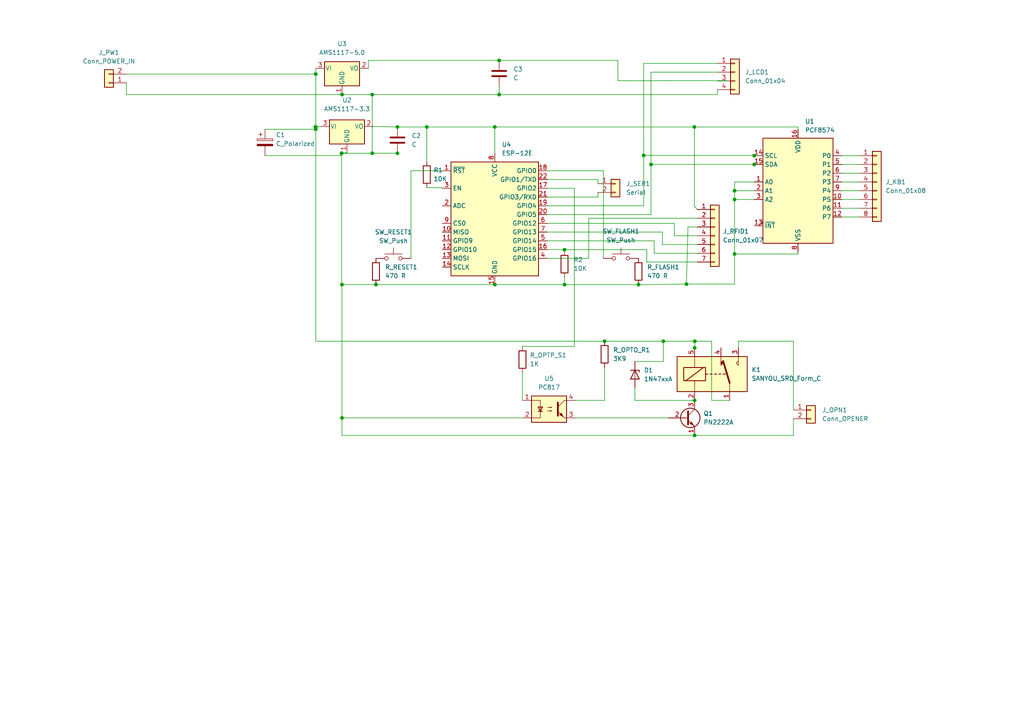
<source format=kicad_sch>
(kicad_sch (version 20211123) (generator eeschema)
  (paper "A4")
  (lib_symbols
    (symbol "Connector_Generic:Conn_01x02" (pin_names (offset 1.016) hide)
      (property "Reference" "J" (at 0 2.54 0))
      (property "Value" "Conn_01x02" (at 0 -5.08 0))
      (symbol "Conn_01x02_1_1"
        (rectangle (start -1.27 -2.413) (end 0 -2.667) (stroke (width 0.1524)))
        (rectangle (start -1.27 0.127) (end 0 -0.127) (stroke (width 0.1524)))
        (rectangle (start -1.27 1.27) (end 1.27 -3.81) (stroke (width 0.254)) (fill (type background)))
        (pin passive line (at -5.08 0 0) (length 3.81) (name "Pin_1") (number "1"))
        (pin passive line (at -5.08 -2.54 0) (length 3.81) (name "Pin_2") (number "2"))
      )
    )
    (symbol "Connector_Generic:Conn_01x04" (pin_names (offset 1.016) hide)
      (property "Reference" "J" (at 0 5.08 0))
      (property "Value" "Conn_01x04" (at 0 -7.62 0))
      (symbol "Conn_01x04_1_1"
        (rectangle (start -1.27 -4.953) (end 0 -5.207) (stroke (width 0.1524)))
        (rectangle (start -1.27 -2.413) (end 0 -2.667) (stroke (width 0.1524)))
        (rectangle (start -1.27 0.127) (end 0 -0.127) (stroke (width 0.1524)))
        (rectangle (start -1.27 2.667) (end 0 2.413) (stroke (width 0.1524)))
        (rectangle (start -1.27 3.81) (end 1.27 -6.35) (stroke (width 0.254)) (fill (type background)))
        (pin passive line (at -5.08 2.54 0) (length 3.81) (name "Pin_1") (number "1"))
        (pin passive line (at -5.08 0 0) (length 3.81) (name "Pin_2") (number "2"))
        (pin passive line (at -5.08 -2.54 0) (length 3.81) (name "Pin_3") (number "3"))
        (pin passive line (at -5.08 -5.08 0) (length 3.81) (name "Pin_4") (number "4"))
      )
    )
    (symbol "Connector_Generic:Conn_01x07" (pin_names (offset 1.016) hide)
      (property "Reference" "J" (at 0 10.16 0))
      (property "Value" "Conn_01x07" (at 0 -10.16 0))
      (symbol "Conn_01x07_1_1"
        (rectangle (start -1.27 -7.493) (end 0 -7.747) (stroke (width 0.1524)))
        (rectangle (start -1.27 -4.953) (end 0 -5.207) (stroke (width 0.1524)))
        (rectangle (start -1.27 -2.413) (end 0 -2.667) (stroke (width 0.1524)))
        (rectangle (start -1.27 0.127) (end 0 -0.127) (stroke (width 0.1524)))
        (rectangle (start -1.27 2.667) (end 0 2.413) (stroke (width 0.1524)))
        (rectangle (start -1.27 5.207) (end 0 4.953) (stroke (width 0.1524)))
        (rectangle (start -1.27 7.747) (end 0 7.493) (stroke (width 0.1524)))
        (rectangle (start -1.27 8.89) (end 1.27 -8.89) (stroke (width 0.254)) (fill (type background)))
        (pin passive line (at -5.08 7.62 0) (length 3.81) (name "Pin_1") (number "1"))
        (pin passive line (at -5.08 5.08 0) (length 3.81) (name "Pin_2") (number "2"))
        (pin passive line (at -5.08 2.54 0) (length 3.81) (name "Pin_3") (number "3"))
        (pin passive line (at -5.08 0 0) (length 3.81) (name "Pin_4") (number "4"))
        (pin passive line (at -5.08 -2.54 0) (length 3.81) (name "Pin_5") (number "5"))
        (pin passive line (at -5.08 -5.08 0) (length 3.81) (name "Pin_6") (number "6"))
        (pin passive line (at -5.08 -7.62 0) (length 3.81) (name "Pin_7") (number "7"))
      )
    )
    (symbol "Connector_Generic:Conn_01x08" (pin_names (offset 1.016) hide)
      (property "Reference" "J" (at 0 10.16 0))
      (property "Value" "Conn_01x08" (at 0 -12.7 0))
      (symbol "Conn_01x08_1_1"
        (rectangle (start -1.27 -10.033) (end 0 -10.287) (stroke (width 0.1524)))
        (rectangle (start -1.27 -7.493) (end 0 -7.747) (stroke (width 0.1524)))
        (rectangle (start -1.27 -4.953) (end 0 -5.207) (stroke (width 0.1524)))
        (rectangle (start -1.27 -2.413) (end 0 -2.667) (stroke (width 0.1524)))
        (rectangle (start -1.27 0.127) (end 0 -0.127) (stroke (width 0.1524)))
        (rectangle (start -1.27 2.667) (end 0 2.413) (stroke (width 0.1524)))
        (rectangle (start -1.27 5.207) (end 0 4.953) (stroke (width 0.1524)))
        (rectangle (start -1.27 7.747) (end 0 7.493) (stroke (width 0.1524)))
        (rectangle (start -1.27 8.89) (end 1.27 -11.43) (stroke (width 0.254)) (fill (type background)))
        (pin passive line (at -5.08 7.62 0) (length 3.81) (name "Pin_1") (number "1"))
        (pin passive line (at -5.08 5.08 0) (length 3.81) (name "Pin_2") (number "2"))
        (pin passive line (at -5.08 2.54 0) (length 3.81) (name "Pin_3") (number "3"))
        (pin passive line (at -5.08 0 0) (length 3.81) (name "Pin_4") (number "4"))
        (pin passive line (at -5.08 -2.54 0) (length 3.81) (name "Pin_5") (number "5"))
        (pin passive line (at -5.08 -5.08 0) (length 3.81) (name "Pin_6") (number "6"))
        (pin passive line (at -5.08 -7.62 0) (length 3.81) (name "Pin_7") (number "7"))
        (pin passive line (at -5.08 -10.16 0) (length 3.81) (name "Pin_8") (number "8"))
      )
    )
    (symbol "Device:C" (pin_numbers hide) (pin_names (offset 0.254))
      (property "Reference" "C" (at 0.635 2.54 0))
      (property "Value" "C" (at 0.635 -2.54 0))
      (symbol "C_0_1"
        (polyline (pts (xy -2.032 -0.762) (xy 2.032 -0.762)) (stroke (width 0.508)))
        (polyline (pts (xy -2.032 0.762) (xy 2.032 0.762)) (stroke (width 0.508)))
      )
      (symbol "C_1_1"
        (pin passive line (at 0 3.81 270) (length 2.794) (name "~") (number "1"))
        (pin passive line (at 0 -3.81 90) (length 2.794) (name "~") (number "2"))
      )
    )
    (symbol "Device:C_Polarized" (pin_numbers hide) (pin_names (offset 0.254))
      (property "Reference" "C" (at 0.635 2.54 0))
      (property "Value" "C_Polarized" (at 0.635 -2.54 0))
      (symbol "C_Polarized_0_1"
        (rectangle (start -2.286 0.508) (end 2.286 1.016))
        (polyline (pts (xy -1.778 2.286) (xy -0.762 2.286)))
        (polyline (pts (xy -1.27 2.794) (xy -1.27 1.778)))
        (rectangle (start 2.286 -0.508) (end -2.286 -1.016) (fill (type outline)))
      )
      (symbol "C_Polarized_1_1"
        (pin passive line (at 0 3.81 270) (length 2.794) (name "~") (number "1"))
        (pin passive line (at 0 -3.81 90) (length 2.794) (name "~") (number "2"))
      )
    )
    (symbol "Device:R" (pin_numbers hide) (pin_names (offset 0))
      (property "Reference" "R" (at 2.032 0 90))
      (property "Value" "R" (at 0 0 90))
      (symbol "R_0_1"
        (rectangle (start -1.016 -2.54) (end 1.016 2.54) (stroke (width 0.254)))
      )
      (symbol "R_1_1"
        (pin passive line (at 0 3.81 270) (length 1.27) (name "~") (number "1"))
        (pin passive line (at 0 -3.81 90) (length 1.27) (name "~") (number "2"))
      )
    )
    (symbol "Diode:1N47xxA" (pin_numbers hide) (pin_names hide)
      (property "Reference" "D" (at 0 2.54 0))
      (property "Value" "1N47xxA" (at 0 -2.54 0))
      (symbol "1N47xxA_0_1"
        (polyline (pts (xy 1.27 0) (xy -1.27 0)))
        (polyline (pts (xy -1.27 -1.27) (xy -1.27 1.27) (xy -0.762 1.27)) (stroke (width 0.254)))
        (polyline (pts (xy 1.27 -1.27) (xy 1.27 1.27) (xy -1.27 0) (xy 1.27 -1.27)) (stroke (width 0.254)))
      )
      (symbol "1N47xxA_1_1"
        (pin passive line (at -3.81 0 0) (length 2.54) (name "K") (number "1"))
        (pin passive line (at 3.81 0 180) (length 2.54) (name "A") (number "2"))
      )
    )
    (symbol "Interface_Expansion:PCF8574"
      (property "Reference" "U" (at -8.89 16.51 0))
      (property "Value" "PCF8574" (at 2.54 16.51 0))
      (symbol "PCF8574_0_1"
        (rectangle (start -10.16 15.24) (end 10.16 -15.24) (stroke (width 0.254)) (fill (type background)))
      )
      (symbol "PCF8574_1_1"
        (pin input line (at -12.7 2.54 0) (length 2.54) (name "A0") (number "1"))
        (pin bidirectional line (at 12.7 -2.54 180) (length 2.54) (name "P5") (number "10"))
        (pin bidirectional line (at 12.7 -5.08 180) (length 2.54) (name "P6") (number "11"))
        (pin bidirectional line (at 12.7 -7.62 180) (length 2.54) (name "P7") (number "12"))
        (pin open_collector output_low (at -12.7 -10.16 0) (length 2.54) (name "~{INT}") (number "13"))
        (pin input line (at -12.7 10.16 0) (length 2.54) (name "SCL") (number "14"))
        (pin bidirectional line (at -12.7 7.62 0) (length 2.54) (name "SDA") (number "15"))
        (pin power_in line (at 0 17.78 270) (length 2.54) (name "VDD") (number "16"))
        (pin input line (at -12.7 0 0) (length 2.54) (name "A1") (number "2"))
        (pin input line (at -12.7 -2.54 0) (length 2.54) (name "A2") (number "3"))
        (pin bidirectional line (at 12.7 10.16 180) (length 2.54) (name "P0") (number "4"))
        (pin bidirectional line (at 12.7 7.62 180) (length 2.54) (name "P1") (number "5"))
        (pin bidirectional line (at 12.7 5.08 180) (length 2.54) (name "P2") (number "6"))
        (pin bidirectional line (at 12.7 2.54 180) (length 2.54) (name "P3") (number "7"))
        (pin power_in line (at 0 -17.78 90) (length 2.54) (name "VSS") (number "8"))
        (pin bidirectional line (at 12.7 0 180) (length 2.54) (name "P4") (number "9"))
      )
    )
    (symbol "Isolator:PC817" (pin_names (offset 1.016))
      (property "Reference" "U" (at -5.08 5.08 0))
      (property "Value" "PC817" (at 0 5.08 0))
      (symbol "PC817_0_1"
        (rectangle (start -5.08 3.81) (end 5.08 -3.81) (stroke (width 0.254)) (fill (type background)))
        (polyline (pts (xy -3.175 -0.635) (xy -1.905 -0.635)) (stroke (width 0.254)))
        (polyline (pts (xy 2.54 0.635) (xy 4.445 2.54)))
        (polyline (pts (xy 4.445 -2.54) (xy 2.54 -0.635)) (fill (type outline)))
        (polyline (pts (xy 4.445 -2.54) (xy 5.08 -2.54)))
        (polyline (pts (xy 4.445 2.54) (xy 5.08 2.54)))
        (polyline (pts (xy -5.08 2.54) (xy -2.54 2.54) (xy -2.54 -0.635)))
        (polyline (pts (xy -2.54 -0.635) (xy -2.54 -2.54) (xy -5.08 -2.54)))
        (polyline (pts (xy 2.54 1.905) (xy 2.54 -1.905) (xy 2.54 -1.905)) (stroke (width 0.508)))
        (polyline (pts (xy -2.54 -0.635) (xy -3.175 0.635) (xy -1.905 0.635) (xy -2.54 -0.635)) (stroke (width 0.254)))
        (polyline (pts (xy -0.508 -0.508) (xy 0.762 -0.508) (xy 0.381 -0.635) (xy 0.381 -0.381) (xy 0.762 -0.508)))
        (polyline (pts (xy -0.508 0.508) (xy 0.762 0.508) (xy 0.381 0.381) (xy 0.381 0.635) (xy 0.762 0.508)))
        (polyline (pts (xy 3.048 -1.651) (xy 3.556 -1.143) (xy 4.064 -2.159) (xy 3.048 -1.651) (xy 3.048 -1.651)) (fill (type outline)))
      )
      (symbol "PC817_1_1"
        (pin passive line (at -7.62 2.54 0) (length 2.54) (name "~") (number "1"))
        (pin passive line (at -7.62 -2.54 0) (length 2.54) (name "~") (number "2"))
        (pin passive line (at 7.62 -2.54 180) (length 2.54) (name "~") (number "3"))
        (pin passive line (at 7.62 2.54 180) (length 2.54) (name "~") (number "4"))
      )
    )
    (symbol "RF_Module:ESP-12E"
      (property "Reference" "U" (at -12.7 19.05 0))
      (property "Value" "ESP-12E" (at 12.7 19.05 0))
      (symbol "ESP-12E_0_1"
        (rectangle (start -12.7 17.78) (end 12.7 -15.24) (stroke (width 0.254)) (fill (type background)))
      )
      (symbol "ESP-12E_1_1"
        (pin input line (at -15.24 15.24 0) (length 2.54) (name "~{RST}") (number "1"))
        (pin bidirectional line (at -15.24 -2.54 0) (length 2.54) (name "MISO") (number "10"))
        (pin bidirectional line (at -15.24 -5.08 0) (length 2.54) (name "GPIO9") (number "11"))
        (pin bidirectional line (at -15.24 -7.62 0) (length 2.54) (name "GPIO10") (number "12"))
        (pin bidirectional line (at -15.24 -10.16 0) (length 2.54) (name "MOSI") (number "13"))
        (pin bidirectional line (at -15.24 -12.7 0) (length 2.54) (name "SCLK") (number "14"))
        (pin power_in line (at 0 -17.78 90) (length 2.54) (name "GND") (number "15"))
        (pin bidirectional line (at 15.24 -7.62 180) (length 2.54) (name "GPIO15") (number "16"))
        (pin bidirectional line (at 15.24 10.16 180) (length 2.54) (name "GPIO2") (number "17"))
        (pin bidirectional line (at 15.24 15.24 180) (length 2.54) (name "GPIO0") (number "18"))
        (pin bidirectional line (at 15.24 5.08 180) (length 2.54) (name "GPIO4") (number "19"))
        (pin input line (at -15.24 5.08 0) (length 2.54) (name "ADC") (number "2"))
        (pin bidirectional line (at 15.24 2.54 180) (length 2.54) (name "GPIO5") (number "20"))
        (pin bidirectional line (at 15.24 7.62 180) (length 2.54) (name "GPIO3/RXD") (number "21"))
        (pin bidirectional line (at 15.24 12.7 180) (length 2.54) (name "GPIO1/TXD") (number "22"))
        (pin input line (at -15.24 10.16 0) (length 2.54) (name "EN") (number "3"))
        (pin bidirectional line (at 15.24 -10.16 180) (length 2.54) (name "GPIO16") (number "4"))
        (pin bidirectional line (at 15.24 -5.08 180) (length 2.54) (name "GPIO14") (number "5"))
        (pin bidirectional line (at 15.24 0 180) (length 2.54) (name "GPIO12") (number "6"))
        (pin bidirectional line (at 15.24 -2.54 180) (length 2.54) (name "GPIO13") (number "7"))
        (pin power_in line (at 0 20.32 270) (length 2.54) (name "VCC") (number "8"))
        (pin input line (at -15.24 0 0) (length 2.54) (name "CS0") (number "9"))
      )
    )
    (symbol "Regulator_Linear:AMS1117-3.3" (pin_names (offset 0.254))
      (property "Reference" "U" (at -3.81 3.175 0))
      (property "Value" "AMS1117-3.3" (at 0 3.175 0))
      (symbol "AMS1117-3.3_0_1"
        (rectangle (start -5.08 -5.08) (end 5.08 1.905) (stroke (width 0.254)) (fill (type background)))
      )
      (symbol "AMS1117-3.3_1_1"
        (pin power_in line (at 0 -7.62 90) (length 2.54) (name "GND") (number "1"))
        (pin power_out line (at 7.62 0 180) (length 2.54) (name "VO") (number "2"))
        (pin power_in line (at -7.62 0 0) (length 2.54) (name "VI") (number "3"))
      )
    )
    (symbol "Regulator_Linear:AMS1117-5.0" (pin_names (offset 0.254))
      (property "Reference" "U" (at -3.81 3.175 0))
      (property "Value" "AMS1117-5.0" (at 0 3.175 0))
      (symbol "AMS1117-5.0_0_1"
        (rectangle (start -5.08 -5.08) (end 5.08 1.905) (stroke (width 0.254)) (fill (type background)))
      )
      (symbol "AMS1117-5.0_1_1"
        (pin power_in line (at 0 -7.62 90) (length 2.54) (name "GND") (number "1"))
        (pin power_out line (at 7.62 0 180) (length 2.54) (name "VO") (number "2"))
        (pin power_in line (at -7.62 0 0) (length 2.54) (name "VI") (number "3"))
      )
    )
    (symbol "Relay:SANYOU_SRD_Form_C"
      (property "Reference" "K" (at 11.43 3.81 0))
      (property "Value" "SANYOU_SRD_Form_C" (at 11.43 1.27 0))
      (symbol "SANYOU_SRD_Form_C_0_0"
        (polyline (pts (xy 7.62 5.08) (xy 7.62 2.54) (xy 6.985 3.175) (xy 7.62 3.81)))
      )
      (symbol "SANYOU_SRD_Form_C_0_1"
        (rectangle (start -10.16 5.08) (end 10.16 -5.08) (stroke (width 0.254)) (fill (type background)))
        (rectangle (start -8.255 1.905) (end -1.905 -1.905) (stroke (width 0.254)))
        (polyline (pts (xy -7.62 -1.905) (xy -2.54 1.905)) (stroke (width 0.254)))
        (polyline (pts (xy -5.08 -5.08) (xy -5.08 -1.905)))
        (polyline (pts (xy -5.08 5.08) (xy -5.08 1.905)))
        (polyline (pts (xy -1.905 0) (xy -1.27 0)) (stroke (width 0.254)))
        (polyline (pts (xy -0.635 0) (xy 0 0)) (stroke (width 0.254)))
        (polyline (pts (xy 0.635 0) (xy 1.27 0)) (stroke (width 0.254)))
        (polyline (pts (xy 1.905 0) (xy 2.54 0)) (stroke (width 0.254)))
        (polyline (pts (xy 3.175 0) (xy 3.81 0)) (stroke (width 0.254)))
        (polyline (pts (xy 5.08 -2.54) (xy 3.175 3.81)) (stroke (width 0.508)))
        (polyline (pts (xy 5.08 -2.54) (xy 5.08 -5.08)))
      )
      (symbol "SANYOU_SRD_Form_C_1_1"
        (polyline (pts (xy 2.54 3.81) (xy 3.175 3.175) (xy 2.54 2.54) (xy 2.54 5.08)) (fill (type outline)))
        (pin passive line (at 5.08 -7.62 90) (length 2.54) (name "~") (number "1"))
        (pin passive line (at -5.08 -7.62 90) (length 2.54) (name "~") (number "2"))
        (pin passive line (at 7.62 7.62 270) (length 2.54) (name "~") (number "3"))
        (pin passive line (at 2.54 7.62 270) (length 2.54) (name "~") (number "4"))
        (pin passive line (at -5.08 7.62 270) (length 2.54) (name "~") (number "5"))
      )
    )
    (symbol "Switch:SW_Push" (pin_numbers hide) (pin_names (offset 1.016) hide)
      (property "Reference" "SW" (at 1.27 2.54 0))
      (property "Value" "SW_Push" (at 0 -1.524 0))
      (symbol "SW_Push_0_1"
        (circle (center -2.032 0) (radius 0.508))
        (polyline (pts (xy 0 1.27) (xy 0 3.048)))
        (polyline (pts (xy 2.54 1.27) (xy -2.54 1.27)))
        (circle (center 2.032 0) (radius 0.508))
        (pin passive line (at -5.08 0 0) (length 2.54) (name "1") (number "1"))
        (pin passive line (at 5.08 0 180) (length 2.54) (name "2") (number "2"))
      )
    )
    (symbol "Transistor_BJT:PN2222A" (pin_names (offset 0) hide)
      (property "Reference" "Q" (at 5.08 1.905 0))
      (property "Value" "PN2222A" (at 5.08 0 0))
      (symbol "PN2222A_0_1"
        (polyline (pts (xy 0 0) (xy 0.635 0)))
        (polyline (pts (xy 2.54 -2.54) (xy 0.635 -0.635)))
        (polyline (pts (xy 2.54 2.54) (xy 0.635 0.635)))
        (polyline (pts (xy 0.635 1.905) (xy 0.635 -1.905) (xy 0.635 -1.905)) (stroke (width 0.508)))
        (polyline (pts (xy 2.413 -2.413) (xy 1.905 -1.905) (xy 1.905 -1.905)))
        (polyline (pts (xy 1.143 -1.651) (xy 1.651 -1.143) (xy 2.159 -2.159) (xy 1.143 -1.651) (xy 1.143 -1.651)) (fill (type outline)))
        (circle (center 1.27 0) (radius 2.8194) (stroke (width 0.254)))
      )
      (symbol "PN2222A_1_1"
        (pin passive line (at 2.54 -5.08 90) (length 2.54) (name "E") (number "1"))
        (pin input line (at -5.08 0 0) (length 5.08) (name "B") (number "2"))
        (pin passive line (at 2.54 5.08 270) (length 2.54) (name "C") (number "3"))
      )
    )
  )
  (junction (at 91.44 36.83))
  (junction (at 213.0514 55.3212))
  (junction (at 218.7448 45.1612))
  (junction (at 109.0359 82.55))
  (junction (at 199.0852 82.3976))
  (junction (at 218.7448 47.7012))
  (junction (at 213.0514 73.6589))
  (junction (at 115.2652 44.45))
  (junction (at 186.69 45.0732))
  (junction (at 123.7882 36.83))
  (junction (at 201.3885 36.83))
  (junction (at 143.51 82.55))
  (junction (at 213.0514 57.8612))
  (junction (at 201.5236 98.9654))
  (junction (at 99.2124 27.432))
  (junction (at 144.78 17.526))
  (junction (at 107.9548 27.432))
  (junction (at 201.4728 100.8888))
  (junction (at 143.51 36.83))
  (junction (at 192.3921 98.9584))
  (junction (at 201.4728 116.1288))
  (junction (at 185.175 82.55))
  (junction (at 115.2652 36.83))
  (junction (at 201.4728 126.2888))
  (junction (at 144.78 27.432))
  (junction (at 99.06 44.45))
  (junction (at 107.9548 44.4379))
  (junction (at 91.5924 21.4884))
  (junction (at 91.5924 37.4904))
  (junction (at 99.1869 82.55))
  (junction (at 99.1869 121.2088))
  (junction (at 175.3616 98.9584))
  (junction (at 188.8236 47.6918))
  (junction (at 163.7384 82.55))
  (junction (at 163.7284 72.4198))
  (junction (at 91.5924 36.83))
  (junction (at 99.1191 44.45))
  (wire (pts (xy 201.3885 36.83) (xy 201.3885 59.8424)))
  (wire (pts (xy 158.75 52.07) (xy 173.4312 52.07)))
  (wire (pts (xy 107.9548 44.45) (xy 99.1191 44.45)))
  (wire (pts (xy 244.1448 45.1612) (xy 249.2248 45.1612)))
  (wire (pts (xy 184.15 116.1288) (xy 201.4728 116.1288)))
  (wire (pts (xy 244.1448 57.8612) (xy 249.2248 57.8612)))
  (wire (pts (xy 186.69 59.69) (xy 186.69 45.0732)))
  (wire (pts (xy 158.75 57.15) (xy 173.4312 57.15)))
  (wire (pts (xy 173.4312 52.07) (xy 173.4312 53.2892)))
  (wire (pts (xy 192.3921 104.8512) (xy 192.3921 98.9584)))
  (wire (pts (xy 163.7384 80.4293) (xy 163.7284 80.4164)))
  (wire (pts (xy 208.0768 27.432) (xy 208.0768 26.0096)))
  (wire (pts (xy 119.1959 49.53) (xy 119.1959 74.93)))
  (wire (pts (xy 201.4728 100.8888) (xy 201.5236 100.8888)))
  (wire (pts (xy 206.4079 116.1288) (xy 206.4079 98.9654)))
  (wire (pts (xy 187.5937 72.4198) (xy 163.7284 72.4198)))
  (wire (pts (xy 230.124 98.9584) (xy 230.124 118.9228)))
  (wire (pts (xy 199.5424 65.8368) (xy 199.0852 82.3976)))
  (wire (pts (xy 189.738 69.85) (xy 158.75 69.85)))
  (wire (pts (xy 202.2348 68.3768) (xy 195.58 68.3768)))
  (wire (pts (xy 107.9548 27.432) (xy 107.9548 44.4379)))
  (wire (pts (xy 218.7448 52.7812) (xy 213.0514 52.7812)))
  (wire (pts (xy 36.6776 27.432) (xy 99.2124 27.432)))
  (wire (pts (xy 184.15 104.8512) (xy 192.3921 104.8512)))
  (wire (pts (xy 213.0514 57.8612) (xy 218.7448 57.8612)))
  (wire (pts (xy 158.75 62.23) (xy 188.8236 62.23)))
  (wire (pts (xy 128.27 54.4313) (xy 128.27 54.61)))
  (wire (pts (xy 99.1869 82.55) (xy 109.0359 82.55)))
  (wire (pts (xy 244.1448 50.2412) (xy 249.2248 50.2412)))
  (wire (pts (xy 186.69 18.3896) (xy 208.0768 18.3896)))
  (wire (pts (xy 201.4728 126.2888) (xy 230.124 126.2888)))
  (wire (pts (xy 188.8236 62.23) (xy 188.8236 47.6918)))
  (wire (pts (xy 163.7384 82.55) (xy 143.51 82.55)))
  (wire (pts (xy 184.7178 82.6008) (xy 185.175 82.55)))
  (wire (pts (xy 192.1256 67.31) (xy 158.75 67.31)))
  (wire (pts (xy 231.4448 36.83) (xy 231.4448 37.5412)))
  (wire (pts (xy 99.06 82.55) (xy 99.1869 82.55)))
  (wire (pts (xy 100.6348 44.2976) (xy 99.06 44.45)))
  (wire (pts (xy 206.4079 98.9654) (xy 201.5236 98.9654)))
  (wire (pts (xy 218.7448 45.0732) (xy 218.7448 45.1612)))
  (wire (pts (xy 107.9548 44.4379) (xy 107.9548 44.45)))
  (wire (pts (xy 213.0514 55.3212) (xy 213.0514 57.8612)))
  (wire (pts (xy 115.2652 36.83) (xy 123.7882 36.83)))
  (wire (pts (xy 230.124 121.4628) (xy 230.124 126.2888)))
  (wire (pts (xy 163.7384 80.4293) (xy 163.7384 82.55)))
  (wire (pts (xy 91.5924 36.83) (xy 91.44 36.83)))
  (wire (pts (xy 244.1448 60.4012) (xy 249.2248 60.4012)))
  (wire (pts (xy 213.0514 57.8612) (xy 213.0514 73.6589)))
  (wire (pts (xy 175.3616 98.9584) (xy 91.5924 98.9584)))
  (wire (pts (xy 123.7882 36.83) (xy 123.7882 46.8113)))
  (wire (pts (xy 213.0514 55.3212) (xy 218.7448 55.3212)))
  (wire (pts (xy 144.78 17.526) (xy 179.2224 17.526)))
  (wire (pts (xy 99.1191 45.1104) (xy 99.1191 44.45)))
  (wire (pts (xy 36.6776 24.0284) (xy 36.6776 27.432)))
  (wire (pts (xy 163.7284 72.39) (xy 163.7284 72.4198)))
  (wire (pts (xy 214.1728 98.9584) (xy 230.124 98.9584)))
  (wire (pts (xy 186.69 45.0732) (xy 218.7448 45.0732)))
  (wire (pts (xy 213.0514 52.7812) (xy 213.0514 55.3212)))
  (wire (pts (xy 201.3885 59.8424) (xy 202.2348 60.7568)))
  (wire (pts (xy 91.5924 37.4904) (xy 91.5924 98.9584)))
  (wire (pts (xy 166.878 121.2088) (xy 193.8528 121.2088)))
  (wire (pts (xy 188.8236 47.6918) (xy 218.7448 47.6918)))
  (wire (pts (xy 244.1448 55.3212) (xy 249.2248 55.3212)))
  (wire (pts (xy 106.8324 17.526) (xy 106.8324 19.812)))
  (wire (pts (xy 115.2652 44.4379) (xy 115.2652 44.45)))
  (wire (pts (xy 76.8604 45.1104) (xy 99.1191 45.1104)))
  (wire (pts (xy 202.2348 63.2968) (xy 170.7918 63.2968)))
  (wire (pts (xy 91.5924 21.4884) (xy 91.5924 36.83)))
  (wire (pts (xy 151.5364 100.4824) (xy 166.5732 100.4824)))
  (wire (pts (xy 192.1256 70.9168) (xy 192.1256 67.31)))
  (wire (pts (xy 166.5732 100.4824) (xy 166.5732 54.61)))
  (wire (pts (xy 99.06 44.45) (xy 99.06 82.55)))
  (wire (pts (xy 109.0359 82.55) (xy 143.51 82.55)))
  (wire (pts (xy 218.7448 47.6918) (xy 218.7448 47.7012)))
  (wire (pts (xy 99.1191 44.45) (xy 99.06 44.45)))
  (wire (pts (xy 163.7284 72.4198) (xy 163.7284 72.7964)))
  (wire (pts (xy 170.7918 63.2968) (xy 170.741 74.93)))
  (wire (pts (xy 188.8236 47.6918) (xy 188.8236 20.9296)))
  (wire (pts (xy 179.2224 17.526) (xy 179.2224 23.4188)))
  (wire (pts (xy 166.5732 54.61) (xy 158.75 54.61)))
  (wire (pts (xy 166.878 116.1288) (xy 175.3616 116.1288)))
  (wire (pts (xy 91.5924 36.83) (xy 91.5924 37.4904)))
  (wire (pts (xy 123.7882 36.83) (xy 143.51 36.83)))
  (wire (pts (xy 186.69 45.0732) (xy 186.69 18.3896)))
  (wire (pts (xy 107.9548 44.4379) (xy 115.2652 44.4379)))
  (wire (pts (xy 199.0852 82.3976) (xy 184.7178 82.6008)))
  (wire (pts (xy 202.2348 75.9968) (xy 187.5937 75.9968)))
  (wire (pts (xy 201.3885 36.83) (xy 231.4448 36.83)))
  (wire (pts (xy 158.75 49.53) (xy 175.015 49.53)))
  (wire (pts (xy 192.3921 98.9584) (xy 201.5236 98.9584)))
  (wire (pts (xy 188.8236 20.9296) (xy 208.0768 20.9296)))
  (wire (pts (xy 158.75 72.39) (xy 163.7284 72.39)))
  (wire (pts (xy 202.2348 65.8368) (xy 199.5424 65.8368)))
  (wire (pts (xy 91.5924 19.812) (xy 91.5924 21.4884)))
  (wire (pts (xy 211.6328 116.1288) (xy 206.4079 116.1288)))
  (wire (pts (xy 244.1448 52.7812) (xy 249.2248 52.7812)))
  (wire (pts (xy 99.2124 27.432) (xy 107.9548 27.432)))
  (wire (pts (xy 210.7184 23.368) (xy 208.0768 23.4696)))
  (wire (pts (xy 173.4312 57.15) (xy 173.4312 55.8292)))
  (wire (pts (xy 175.3616 116.1288) (xy 175.3616 106.5784)))
  (wire (pts (xy 76.8604 37.4904) (xy 91.5924 37.4904)))
  (wire (pts (xy 244.1448 47.7012) (xy 249.2248 47.7012)))
  (wire (pts (xy 201.4728 126.2888) (xy 99.1869 126.2888)))
  (wire (pts (xy 201.5236 98.9654) (xy 201.5236 98.9584)))
  (wire (pts (xy 108.2548 36.6776) (xy 115.2652 36.83)))
  (wire (pts (xy 187.5937 75.9968) (xy 187.5937 72.4198)))
  (wire (pts (xy 195.58 64.77) (xy 158.75 64.77)))
  (wire (pts (xy 36.6776 21.4884) (xy 91.5924 21.4884)))
  (wire (pts (xy 99.1869 121.2088) (xy 99.1869 82.55)))
  (wire (pts (xy 107.9548 27.432) (xy 144.78 27.432)))
  (wire (pts (xy 213.0514 73.6589) (xy 231.4448 73.6589)))
  (wire (pts (xy 185.175 82.55) (xy 163.7384 82.55)))
  (wire (pts (xy 170.741 74.93) (xy 158.75 74.93)))
  (wire (pts (xy 213.0514 73.6589) (xy 213.0514 82.3976)))
  (wire (pts (xy 158.75 59.69) (xy 186.69 59.69)))
  (wire (pts (xy 151.638 121.2088) (xy 99.1869 121.2088)))
  (wire (pts (xy 143.51 36.83) (xy 143.51 44.45)))
  (wire (pts (xy 202.2348 70.9168) (xy 192.1256 70.9168)))
  (wire (pts (xy 144.78 27.432) (xy 208.0768 27.432)))
  (wire (pts (xy 144.78 17.526) (xy 106.8324 17.526)))
  (wire (pts (xy 128.27 49.53) (xy 119.1959 49.53)))
  (wire (pts (xy 201.5236 100.8888) (xy 201.5236 98.9654)))
  (wire (pts (xy 231.4448 73.6589) (xy 231.4448 73.1012)))
  (wire (pts (xy 184.15 112.4712) (xy 184.15 116.1288)))
  (wire (pts (xy 144.78 25.146) (xy 144.78 27.432)))
  (wire (pts (xy 175.015 49.53) (xy 175.015 74.93)))
  (wire (pts (xy 214.1728 98.9584) (xy 214.1728 100.8888)))
  (wire (pts (xy 202.2348 73.4568) (xy 189.738 73.4568)))
  (wire (pts (xy 189.738 73.4568) (xy 189.738 69.85)))
  (wire (pts (xy 143.51 36.83) (xy 201.3885 36.83)))
  (wire (pts (xy 179.2224 23.4188) (xy 210.7184 23.368)))
  (wire (pts (xy 199.0852 82.3976) (xy 213.0514 82.3976)))
  (wire (pts (xy 123.7882 54.4313) (xy 128.27 54.4313)))
  (wire (pts (xy 99.1869 126.2888) (xy 99.1869 121.2088)))
  (wire (pts (xy 195.58 68.3768) (xy 195.58 64.77)))
  (wire (pts (xy 151.5364 108.1024) (xy 151.5364 116.1288)))
  (wire (pts (xy 175.3616 98.9584) (xy 192.3921 98.9584)))
  (wire (pts (xy 93.0148 36.6776) (xy 91.44 36.83)))
  (wire (pts (xy 244.1448 62.9412) (xy 249.2248 62.9412)))
  (wire (pts (xy 151.5364 116.1288) (xy 151.638 116.1288)))
  (symbol (lib_id "Regulator_Linear:AMS1117-5.0") (at 99.2124 19.812 0) (unit 1)
    (property "Reference" "U3" (at 99.2124 12.7 0))
    (property "Value" "AMS1117-5.0" (at 99.2124 15.24 0))
    (property "Footprint" "Package_TO_SOT_SMD:SOT-223-3_TabPin2" (effects hide))
    (property "Datasheet" "http://www.advanced-monolithic.com/pdf/ds1117.pdf" (effects hide))
  )
  (symbol (lib_id "Device:C_Polarized") (at 76.8604 41.3004 0) (unit 1)
    (property "Reference" "C1" (at 80.01 39.1413 0) (effects (justify left)))
    (property "Value" "C_Polarized" (at 80.01 41.6813 0) (effects (justify left)))
    (property "Footprint" "Capacitor_THT:CP_Radial_D4.0mm_P2.00mm" (effects hide))
  )
  (symbol (lib_id "Connector_Generic:Conn_01x08") (at 254.3048 52.7812 0) (unit 1)
    (property "Reference" "J_KB1" (at 256.8448 52.7811 0) (effects (justify left)))
    (property "Value" "Conn_01x08" (at 256.8448 55.3211 0) (effects (justify left)))
    (property "Footprint" "Connector_PinHeader_2.54mm:PinHeader_1x08_P2.54mm_Vertical" (effects hide))
  )
  (symbol (lib_id "Device:R") (at 163.7284 76.6064 0) (unit 1)
    (property "Reference" "R2" (at 166.37 75.3363 0) (effects (justify left)))
    (property "Value" "10K" (at 166.37 77.8763 0) (effects (justify left)))
    (property "Footprint" "Resistor_SMD:R_1206_3216Metric_Pad1.30x1.75mm_HandSolder" (effects hide))
  )
  (symbol (lib_id "Device:R") (at 175.3616 102.7684 0) (unit 1)
    (property "Reference" "R_OPTO_R1" (at 177.8 101.4983 0) (effects (justify left)))
    (property "Value" "3K9" (at 177.8 104.0383 0) (effects (justify left)))
    (property "Footprint" "Resistor_SMD:R_1206_3216Metric_Pad1.30x1.75mm_HandSolder" (effects hide))
  )
  (symbol (lib_id "Relay:SANYOU_SRD_Form_C") (at 206.5528 108.5088 0) (unit 1)
    (property "Reference" "K1" (at 217.9828 107.2387 0) (effects (justify left)))
    (property "Value" "SANYOU_SRD_Form_C" (at 217.9828 109.7787 0) (effects (justify left)))
    (property "Footprint" "Relay_THT:Relay_SPDT_SANYOU_SRD_Series_Form_C" (effects hide))
    (property "Datasheet" "http://www.sanyourelay.ca/public/products/pdf/SRD.pdf" (effects hide))
  )
  (symbol (lib_id "Device:R") (at 151.5364 104.2924 0) (unit 1)
    (property "Reference" "R_OPTP_S1" (at 153.67 103.0223 0) (effects (justify left)))
    (property "Value" "1K" (at 153.67 105.5623 0) (effects (justify left)))
    (property "Footprint" "Resistor_SMD:R_1206_3216Metric_Pad1.30x1.75mm_HandSolder" (effects hide))
  )
  (symbol (lib_id "Regulator_Linear:AMS1117-3.3") (at 100.6348 36.6776 0) (unit 1)
    (property "Reference" "U2" (at 100.6348 29.0576 0))
    (property "Value" "AMS1117-3.3" (at 100.6348 31.5976 0))
    (property "Footprint" "Package_TO_SOT_SMD:SOT-223-3_TabPin2" (effects hide))
    (property "Datasheet" "http://www.advanced-monolithic.com/pdf/ds1117.pdf" (effects hide))
  )
  (symbol (lib_id "Interface_Expansion:PCF8574") (at 231.4448 55.3212 0) (unit 1)
    (property "Reference" "U1" (at 233.4642 35.2044 0) (effects (justify left)))
    (property "Value" "PCF8574" (at 233.4642 37.7444 0) (effects (justify left)))
    (property "Footprint" "Package_SO:SOIC-16W_7.5x10.3mm_P1.27mm" (effects hide))
    (property "Datasheet" "http://www.nxp.com/documents/data_sheet/PCF8574_PCF8574A.pdf" (effects hide))
  )
  (symbol (lib_id "Connector_Generic:Conn_01x04") (at 213.1568 20.9296 0) (unit 1)
    (property "Reference" "J_LCD1" (at 216.1032 20.9295 0) (effects (justify left)))
    (property "Value" "Conn_01x04" (at 216.1032 23.4695 0) (effects (justify left)))
    (property "Footprint" "Connector_PinHeader_2.54mm:PinHeader_1x04_P2.54mm_Vertical" (effects hide))
  )
  (symbol (lib_id "Connector_Generic:Conn_01x07") (at 207.3148 68.3768 0) (unit 1)
    (property "Reference" "J_RFID1" (at 209.6516 67.1067 0) (effects (justify left)))
    (property "Value" "Conn_01x07" (at 209.6516 69.6467 0) (effects (justify left)))
    (property "Footprint" "Connector_PinHeader_2.54mm:PinHeader_1x07_P2.54mm_Vertical" (effects hide))
  )
  (symbol (lib_id "Connector_Generic:Conn_01x02") (at 178.5112 53.2892 0) (unit 1)
    (property "Reference" "J_SER1" (at 181.61 53.2891 0) (effects (justify left)))
    (property "Value" "Serial" (at 181.61 55.8291 0) (effects (justify left)))
    (property "Footprint" "Connector_PinHeader_2.54mm:PinHeader_1x02_P2.54mm_Vertical" (effects hide))
  )
  (symbol (lib_id "Device:R") (at 185.175 78.74 0) (unit 1)
    (property "Reference" "R_FLASH1" (at 187.6642 77.4699 0) (effects (justify left)))
    (property "Value" "470 R" (at 187.6642 80.0099 0) (effects (justify left)))
    (property "Footprint" "Resistor_SMD:R_1206_3216Metric_Pad1.30x1.75mm_HandSolder" (effects hide))
  )
  (symbol (lib_id "Device:C") (at 144.78 21.336 0) (unit 1)
    (property "Reference" "C3" (at 148.8948 20.0659 0) (effects (justify left)))
    (property "Value" "C" (at 148.8948 22.6059 0) (effects (justify left)))
    (property "Footprint" "Capacitor_SMD:C_0805_2012Metric_Pad1.18x1.45mm_HandSolder" (effects hide))
  )
  (symbol (lib_id "Device:R") (at 109.0359 78.74 0) (unit 1)
    (property "Reference" "R_RESET1" (at 111.6775 77.4699 0) (effects (justify left)))
    (property "Value" "470 R" (at 111.6775 80.0099 0) (effects (justify left)))
    (property "Footprint" "Resistor_SMD:R_1206_3216Metric_Pad1.30x1.75mm_HandSolder" (effects hide))
  )
  (symbol (lib_id "Connector_Generic:Conn_01x02") (at 235.204 118.9228 0) (unit 1)
    (property "Reference" "J_OPN1" (at 238.4552 118.9227 0) (effects (justify left)))
    (property "Value" "Conn_OPENER" (at 238.4552 121.4627 0) (effects (justify left)))
    (property "Footprint" "Connector_PinHeader_2.54mm:PinHeader_1x02_P2.54mm_Vertical" (effects hide))
  )
  (symbol (lib_id "Transistor_BJT:PN2222A") (at 198.9328 121.2088 0) (unit 1)
    (property "Reference" "Q1" (at 204.0128 119.9387 0) (effects (justify left)))
    (property "Value" "PN2222A" (at 204.0128 122.4787 0) (effects (justify left)))
    (property "Footprint" "Package_TO_SOT_THT:TO-92_Inline" (effects hide))
    (property "Datasheet" "https://www.onsemi.com/pub/Collateral/PN2222-D.PDF" (effects hide))
  )
  (symbol (lib_id "Switch:SW_Push") (at 180.095 74.93 0) (unit 1)
    (property "Reference" "SW_FLASH1" (at 180.095 67.1068 0))
    (property "Value" "SW_Push" (at 180.095 69.6468 0))
    (property "Footprint" "Button_Switch_THT:SW_PUSH_6mm" (effects hide))
  )
  (symbol (lib_id "Switch:SW_Push") (at 114.1159 74.93 0) (unit 1)
    (property "Reference" "SW_RESET1" (at 114.1159 67.31 0))
    (property "Value" "SW_Push" (at 114.1159 69.85 0))
    (property "Footprint" "Button_Switch_THT:SW_PUSH_6mm" (effects hide))
  )
  (symbol (lib_id "RF_Module:ESP-12E") (at 143.51 64.77 0) (unit 1)
    (property "Reference" "U4" (at 145.5294 41.91 0) (effects (justify left)))
    (property "Value" "ESP-12E" (at 145.5294 44.45 0) (effects (justify left)))
    (property "Footprint" "RF_Module:ESP-12E" (effects hide))
    (property "Datasheet" "http://wiki.ai-thinker.com/_media/esp8266/esp8266_series_modules_user_manual_v1.1.pdf" (effects hide))
  )
  (symbol (lib_id "Isolator:PC817") (at 159.258 118.6688 0) (unit 1)
    (property "Reference" "U5" (at 159.258 109.7788 0))
    (property "Value" "PC817" (at 159.258 112.3188 0))
    (property "Footprint" "Package_DIP:DIP-4_W7.62mm" (effects hide))
    (property "Datasheet" "http://www.soselectronic.cz/a_info/resource/d/pc817.pdf" (effects hide))
  )
  (symbol (lib_id "Device:R") (at 123.7882 50.6213 0) (unit 1)
    (property "Reference" "R1" (at 125.73 49.3512 0) (effects (justify left)))
    (property "Value" "10K" (at 125.73 51.8912 0) (effects (justify left)))
    (property "Footprint" "Resistor_SMD:R_1206_3216Metric_Pad1.30x1.75mm_HandSolder" (effects hide))
  )
  (symbol (lib_id "Connector_Generic:Conn_01x02") (at 31.5976 24.0284 180) (unit 1)
    (property "Reference" "J_PW1" (at 31.5976 15.24 0))
    (property "Value" "Conn_POWER_IN" (at 31.5976 17.78 0))
    (property "Footprint" "Connector_PinHeader_2.54mm:PinHeader_1x02_P2.54mm_Vertical" (effects hide))
  )
  (symbol (lib_id "Diode:1N47xxA") (at 184.15 108.6612 270) (unit 1)
    (property "Reference" "D1" (at 186.7408 107.3911 90) (effects (justify left)))
    (property "Value" "1N47xxA" (at 186.7408 109.9311 90) (effects (justify left)))
    (property "Footprint" "Diode_THT:D_DO-41_SOD81_P10.16mm_Horizontal" (effects hide))
    (property "Datasheet" "https://www.vishay.com/docs/85816/1n4728a.pdf" (effects hide))
  )
  (symbol (lib_id "Device:C") (at 115.2652 40.64 0) (unit 1)
    (property "Reference" "C2" (at 119.38 39.3699 0) (effects (justify left)))
    (property "Value" "C" (at 119.38 41.9099 0) (effects (justify left)))
    (property "Footprint" "Capacitor_SMD:C_0805_2012Metric_Pad1.18x1.45mm_HandSolder" (effects hide))
  )
)
</source>
